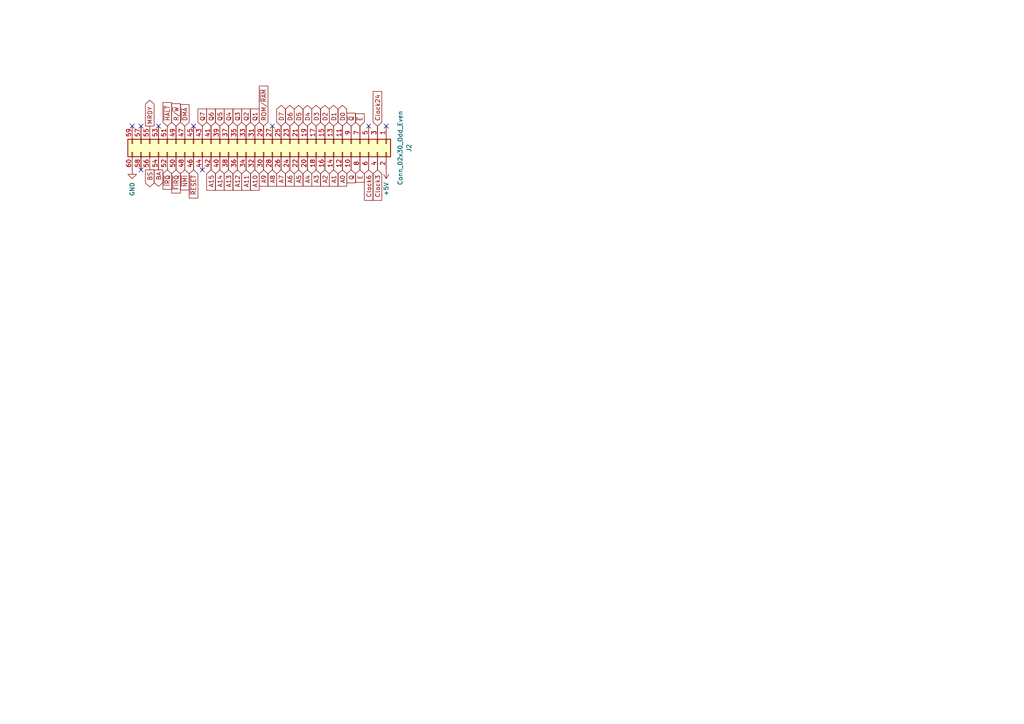
<source format=kicad_sch>
(kicad_sch (version 20211123) (generator eeschema)
  (paper "A4")
  (lib_symbols
    (symbol "Connector_Generic:Conn_02x30_Odd_Even" (pin_names (offset 1.016) hide)
      (property "Reference" "J" (at 1.27 38.1 0))
      (property "Value" "Conn_02x30_Odd_Even" (at 1.27 -40.64 0))
      (symbol "Conn_02x30_Odd_Even_1_1"
        (rectangle (start -1.27 -37.973) (end 0 -38.227) (stroke (width 0.1524)))
        (rectangle (start -1.27 -35.433) (end 0 -35.687) (stroke (width 0.1524)))
        (rectangle (start -1.27 -32.893) (end 0 -33.147) (stroke (width 0.1524)))
        (rectangle (start -1.27 -30.353) (end 0 -30.607) (stroke (width 0.1524)))
        (rectangle (start -1.27 -27.813) (end 0 -28.067) (stroke (width 0.1524)))
        (rectangle (start -1.27 -25.273) (end 0 -25.527) (stroke (width 0.1524)))
        (rectangle (start -1.27 -22.733) (end 0 -22.987) (stroke (width 0.1524)))
        (rectangle (start -1.27 -20.193) (end 0 -20.447) (stroke (width 0.1524)))
        (rectangle (start -1.27 -17.653) (end 0 -17.907) (stroke (width 0.1524)))
        (rectangle (start -1.27 -15.113) (end 0 -15.367) (stroke (width 0.1524)))
        (rectangle (start -1.27 -12.573) (end 0 -12.827) (stroke (width 0.1524)))
        (rectangle (start -1.27 -10.033) (end 0 -10.287) (stroke (width 0.1524)))
        (rectangle (start -1.27 -7.493) (end 0 -7.747) (stroke (width 0.1524)))
        (rectangle (start -1.27 -4.953) (end 0 -5.207) (stroke (width 0.1524)))
        (rectangle (start -1.27 -2.413) (end 0 -2.667) (stroke (width 0.1524)))
        (rectangle (start -1.27 0.127) (end 0 -0.127) (stroke (width 0.1524)))
        (rectangle (start -1.27 2.667) (end 0 2.413) (stroke (width 0.1524)))
        (rectangle (start -1.27 5.207) (end 0 4.953) (stroke (width 0.1524)))
        (rectangle (start -1.27 7.747) (end 0 7.493) (stroke (width 0.1524)))
        (rectangle (start -1.27 10.287) (end 0 10.033) (stroke (width 0.1524)))
        (rectangle (start -1.27 12.827) (end 0 12.573) (stroke (width 0.1524)))
        (rectangle (start -1.27 15.367) (end 0 15.113) (stroke (width 0.1524)))
        (rectangle (start -1.27 17.907) (end 0 17.653) (stroke (width 0.1524)))
        (rectangle (start -1.27 20.447) (end 0 20.193) (stroke (width 0.1524)))
        (rectangle (start -1.27 22.987) (end 0 22.733) (stroke (width 0.1524)))
        (rectangle (start -1.27 25.527) (end 0 25.273) (stroke (width 0.1524)))
        (rectangle (start -1.27 28.067) (end 0 27.813) (stroke (width 0.1524)))
        (rectangle (start -1.27 30.607) (end 0 30.353) (stroke (width 0.1524)))
        (rectangle (start -1.27 33.147) (end 0 32.893) (stroke (width 0.1524)))
        (rectangle (start -1.27 35.687) (end 0 35.433) (stroke (width 0.1524)))
        (rectangle (start -1.27 36.83) (end 3.81 -39.37) (stroke (width 0.254)) (fill (type background)))
        (rectangle (start 3.81 -37.973) (end 2.54 -38.227) (stroke (width 0.1524)))
        (rectangle (start 3.81 -35.433) (end 2.54 -35.687) (stroke (width 0.1524)))
        (rectangle (start 3.81 -32.893) (end 2.54 -33.147) (stroke (width 0.1524)))
        (rectangle (start 3.81 -30.353) (end 2.54 -30.607) (stroke (width 0.1524)))
        (rectangle (start 3.81 -27.813) (end 2.54 -28.067) (stroke (width 0.1524)))
        (rectangle (start 3.81 -25.273) (end 2.54 -25.527) (stroke (width 0.1524)))
        (rectangle (start 3.81 -22.733) (end 2.54 -22.987) (stroke (width 0.1524)))
        (rectangle (start 3.81 -20.193) (end 2.54 -20.447) (stroke (width 0.1524)))
        (rectangle (start 3.81 -17.653) (end 2.54 -17.907) (stroke (width 0.1524)))
        (rectangle (start 3.81 -15.113) (end 2.54 -15.367) (stroke (width 0.1524)))
        (rectangle (start 3.81 -12.573) (end 2.54 -12.827) (stroke (width 0.1524)))
        (rectangle (start 3.81 -10.033) (end 2.54 -10.287) (stroke (width 0.1524)))
        (rectangle (start 3.81 -7.493) (end 2.54 -7.747) (stroke (width 0.1524)))
        (rectangle (start 3.81 -4.953) (end 2.54 -5.207) (stroke (width 0.1524)))
        (rectangle (start 3.81 -2.413) (end 2.54 -2.667) (stroke (width 0.1524)))
        (rectangle (start 3.81 0.127) (end 2.54 -0.127) (stroke (width 0.1524)))
        (rectangle (start 3.81 2.667) (end 2.54 2.413) (stroke (width 0.1524)))
        (rectangle (start 3.81 5.207) (end 2.54 4.953) (stroke (width 0.1524)))
        (rectangle (start 3.81 7.747) (end 2.54 7.493) (stroke (width 0.1524)))
        (rectangle (start 3.81 10.287) (end 2.54 10.033) (stroke (width 0.1524)))
        (rectangle (start 3.81 12.827) (end 2.54 12.573) (stroke (width 0.1524)))
        (rectangle (start 3.81 15.367) (end 2.54 15.113) (stroke (width 0.1524)))
        (rectangle (start 3.81 17.907) (end 2.54 17.653) (stroke (width 0.1524)))
        (rectangle (start 3.81 20.447) (end 2.54 20.193) (stroke (width 0.1524)))
        (rectangle (start 3.81 22.987) (end 2.54 22.733) (stroke (width 0.1524)))
        (rectangle (start 3.81 25.527) (end 2.54 25.273) (stroke (width 0.1524)))
        (rectangle (start 3.81 28.067) (end 2.54 27.813) (stroke (width 0.1524)))
        (rectangle (start 3.81 30.607) (end 2.54 30.353) (stroke (width 0.1524)))
        (rectangle (start 3.81 33.147) (end 2.54 32.893) (stroke (width 0.1524)))
        (rectangle (start 3.81 35.687) (end 2.54 35.433) (stroke (width 0.1524)))
        (pin passive line (at -5.08 35.56 0) (length 3.81) (name "Pin_1") (number "1"))
        (pin passive line (at 7.62 25.4 180) (length 3.81) (name "Pin_10") (number "10"))
        (pin passive line (at -5.08 22.86 0) (length 3.81) (name "Pin_11") (number "11"))
        (pin passive line (at 7.62 22.86 180) (length 3.81) (name "Pin_12") (number "12"))
        (pin passive line (at -5.08 20.32 0) (length 3.81) (name "Pin_13") (number "13"))
        (pin passive line (at 7.62 20.32 180) (length 3.81) (name "Pin_14") (number "14"))
        (pin passive line (at -5.08 17.78 0) (length 3.81) (name "Pin_15") (number "15"))
        (pin passive line (at 7.62 17.78 180) (length 3.81) (name "Pin_16") (number "16"))
        (pin passive line (at -5.08 15.24 0) (length 3.81) (name "Pin_17") (number "17"))
        (pin passive line (at 7.62 15.24 180) (length 3.81) (name "Pin_18") (number "18"))
        (pin passive line (at -5.08 12.7 0) (length 3.81) (name "Pin_19") (number "19"))
        (pin passive line (at 7.62 35.56 180) (length 3.81) (name "Pin_2") (number "2"))
        (pin passive line (at 7.62 12.7 180) (length 3.81) (name "Pin_20") (number "20"))
        (pin passive line (at -5.08 10.16 0) (length 3.81) (name "Pin_21") (number "21"))
        (pin passive line (at 7.62 10.16 180) (length 3.81) (name "Pin_22") (number "22"))
        (pin passive line (at -5.08 7.62 0) (length 3.81) (name "Pin_23") (number "23"))
        (pin passive line (at 7.62 7.62 180) (length 3.81) (name "Pin_24") (number "24"))
        (pin passive line (at -5.08 5.08 0) (length 3.81) (name "Pin_25") (number "25"))
        (pin passive line (at 7.62 5.08 180) (length 3.81) (name "Pin_26") (number "26"))
        (pin passive line (at -5.08 2.54 0) (length 3.81) (name "Pin_27") (number "27"))
        (pin passive line (at 7.62 2.54 180) (length 3.81) (name "Pin_28") (number "28"))
        (pin passive line (at -5.08 0 0) (length 3.81) (name "Pin_29") (number "29"))
        (pin passive line (at -5.08 33.02 0) (length 3.81) (name "Pin_3") (number "3"))
        (pin passive line (at 7.62 0 180) (length 3.81) (name "Pin_30") (number "30"))
        (pin passive line (at -5.08 -2.54 0) (length 3.81) (name "Pin_31") (number "31"))
        (pin passive line (at 7.62 -2.54 180) (length 3.81) (name "Pin_32") (number "32"))
        (pin passive line (at -5.08 -5.08 0) (length 3.81) (name "Pin_33") (number "33"))
        (pin passive line (at 7.62 -5.08 180) (length 3.81) (name "Pin_34") (number "34"))
        (pin passive line (at -5.08 -7.62 0) (length 3.81) (name "Pin_35") (number "35"))
        (pin passive line (at 7.62 -7.62 180) (length 3.81) (name "Pin_36") (number "36"))
        (pin passive line (at -5.08 -10.16 0) (length 3.81) (name "Pin_37") (number "37"))
        (pin passive line (at 7.62 -10.16 180) (length 3.81) (name "Pin_38") (number "38"))
        (pin passive line (at -5.08 -12.7 0) (length 3.81) (name "Pin_39") (number "39"))
        (pin passive line (at 7.62 33.02 180) (length 3.81) (name "Pin_4") (number "4"))
        (pin passive line (at 7.62 -12.7 180) (length 3.81) (name "Pin_40") (number "40"))
        (pin passive line (at -5.08 -15.24 0) (length 3.81) (name "Pin_41") (number "41"))
        (pin passive line (at 7.62 -15.24 180) (length 3.81) (name "Pin_42") (number "42"))
        (pin passive line (at -5.08 -17.78 0) (length 3.81) (name "Pin_43") (number "43"))
        (pin passive line (at 7.62 -17.78 180) (length 3.81) (name "Pin_44") (number "44"))
        (pin passive line (at -5.08 -20.32 0) (length 3.81) (name "Pin_45") (number "45"))
        (pin passive line (at 7.62 -20.32 180) (length 3.81) (name "Pin_46") (number "46"))
        (pin passive line (at -5.08 -22.86 0) (length 3.81) (name "Pin_47") (number "47"))
        (pin passive line (at 7.62 -22.86 180) (length 3.81) (name "Pin_48") (number "48"))
        (pin passive line (at -5.08 -25.4 0) (length 3.81) (name "Pin_49") (number "49"))
        (pin passive line (at -5.08 30.48 0) (length 3.81) (name "Pin_5") (number "5"))
        (pin passive line (at 7.62 -25.4 180) (length 3.81) (name "Pin_50") (number "50"))
        (pin passive line (at -5.08 -27.94 0) (length 3.81) (name "Pin_51") (number "51"))
        (pin passive line (at 7.62 -27.94 180) (length 3.81) (name "Pin_52") (number "52"))
        (pin passive line (at -5.08 -30.48 0) (length 3.81) (name "Pin_53") (number "53"))
        (pin passive line (at 7.62 -30.48 180) (length 3.81) (name "Pin_54") (number "54"))
        (pin passive line (at -5.08 -33.02 0) (length 3.81) (name "Pin_55") (number "55"))
        (pin passive line (at 7.62 -33.02 180) (length 3.81) (name "Pin_56") (number "56"))
        (pin passive line (at -5.08 -35.56 0) (length 3.81) (name "Pin_57") (number "57"))
        (pin passive line (at 7.62 -35.56 180) (length 3.81) (name "Pin_58") (number "58"))
        (pin passive line (at -5.08 -38.1 0) (length 3.81) (name "Pin_59") (number "59"))
        (pin passive line (at 7.62 30.48 180) (length 3.81) (name "Pin_6") (number "6"))
        (pin passive line (at 7.62 -38.1 180) (length 3.81) (name "Pin_60") (number "60"))
        (pin passive line (at -5.08 27.94 0) (length 3.81) (name "Pin_7") (number "7"))
        (pin passive line (at 7.62 27.94 180) (length 3.81) (name "Pin_8") (number "8"))
        (pin passive line (at -5.08 25.4 0) (length 3.81) (name "Pin_9") (number "9"))
      )
    )
    (symbol "power:+5V" (power) (pin_names (offset 0))
      (property "Value" "+5V" (at 0 3.556 0))
      (symbol "+5V_0_1"
        (polyline (pts (xy -0.762 1.27) (xy 0 2.54)))
        (polyline (pts (xy 0 0) (xy 0 2.54)))
        (polyline (pts (xy 0 2.54) (xy 0.762 1.27)))
      )
      (symbol "+5V_1_1"
        (pin power_in line (at 0 0 90) (length 0) hide (name "+5V") (number "1"))
      )
    )
    (symbol "power:GND" (power) (pin_names (offset 0))
      (property "Value" "GND" (at 0 -3.81 0))
      (symbol "GND_0_1"
        (polyline (pts (xy 0 0) (xy 0 -1.27) (xy 1.27 -1.27) (xy 0 -2.54) (xy -1.27 -1.27) (xy 0 -1.27)))
      )
      (symbol "GND_1_1"
        (pin power_in line (at 0 0 270) (length 0) hide (name "GND") (number "1"))
      )
    )
  )
  (no_connect (at 112.014 36.576))
  (no_connect (at 78.994 36.576))
  (no_connect (at 56.134 36.576))
  (no_connect (at 45.974 36.576))
  (no_connect (at 106.934 36.576))
  (no_connect (at 58.674 49.276))
  (no_connect (at 40.894 49.276))
  (no_connect (at 40.894 36.576))
  (no_connect (at 38.354 36.576))
  (global_label "Clock24" (shape input) (at 109.474 36.576 90) (property "Intersheet References" "${INTERSHEET_REFS}" (effects hide)))
  (global_label "A9" (shape input) (at 76.454 49.276 270) (property "Intersheet References" "${INTERSHEET_REFS}" (effects hide)))
  (global_label "Q6" (shape input) (at 61.214 36.576 90) (property "Intersheet References" "${INTERSHEET_REFS}" (effects hide)))
  (global_label "~{E}" (shape input) (at 104.394 36.576 90) (property "Intersheet References" "${INTERSHEET_REFS}" (effects hide)))
  (global_label "~{Q}" (shape input) (at 101.854 36.576 90) (property "Intersheet References" "${INTERSHEET_REFS}" (effects hide)))
  (global_label "A1" (shape input) (at 96.774 49.276 270) (property "Intersheet References" "${INTERSHEET_REFS}" (effects hide)))
  (global_label "Q5" (shape input) (at 63.754 36.576 90) (property "Intersheet References" "${INTERSHEET_REFS}" (effects hide)))
  (global_label "~{DMA}" (shape input) (at 53.594 36.576 90) (property "Intersheet References" "${INTERSHEET_REFS}" (effects hide)))
  (global_label "D2" (shape bidirectional) (at 94.234 36.576 90) (property "Intersheet References" "${INTERSHEET_REFS}" (effects hide)))
  (global_label "D1" (shape bidirectional) (at 96.774 36.576 90) (property "Intersheet References" "${INTERSHEET_REFS}" (effects hide)))
  (global_label "D0" (shape bidirectional) (at 99.314 36.576 90) (property "Intersheet References" "${INTERSHEET_REFS}" (effects hide)))
  (global_label "A4" (shape input) (at 89.154 49.276 270) (property "Intersheet References" "${INTERSHEET_REFS}" (effects hide)))
  (global_label "A10" (shape input) (at 73.914 49.276 270) (property "Intersheet References" "${INTERSHEET_REFS}" (effects hide)))
  (global_label "~{RESET}" (shape input) (at 56.134 49.276 270) (property "Intersheet References" "${INTERSHEET_REFS}" (effects hide)))
  (global_label "~{IRQ}" (shape input) (at 48.514 49.276 270) (property "Intersheet References" "${INTERSHEET_REFS}" (effects hide)))
  (global_label "ROM{slash}~{RAM}" (shape input) (at 76.454 36.576 90) (property "Intersheet References" "${INTERSHEET_REFS}" (effects hide)))
  (global_label "BA" (shape output) (at 45.974 49.276 270) (property "Intersheet References" "${INTERSHEET_REFS}" (effects hide)))
  (global_label "A3" (shape input) (at 91.694 49.276 270) (property "Intersheet References" "${INTERSHEET_REFS}" (effects hide)))
  (global_label "~{HALT}" (shape input) (at 48.514 36.576 90) (property "Intersheet References" "${INTERSHEET_REFS}" (effects hide)))
  (global_label "A7" (shape input) (at 81.534 49.276 270) (property "Intersheet References" "${INTERSHEET_REFS}" (effects hide)))
  (global_label "A12" (shape input) (at 68.834 49.276 270) (property "Intersheet References" "${INTERSHEET_REFS}" (effects hide)))
  (global_label "BS" (shape output) (at 43.434 49.276 270) (property "Intersheet References" "${INTERSHEET_REFS}" (effects hide)))
  (global_label "A2" (shape input) (at 94.234 49.276 270) (property "Intersheet References" "${INTERSHEET_REFS}" (effects hide)))
  (global_label "A8" (shape input) (at 78.994 49.276 270) (property "Intersheet References" "${INTERSHEET_REFS}" (effects hide)))
  (global_label "E" (shape input) (at 104.394 49.276 270) (property "Intersheet References" "${INTERSHEET_REFS}" (effects hide)))
  (global_label "D7" (shape bidirectional) (at 81.534 36.576 90) (property "Intersheet References" "${INTERSHEET_REFS}" (effects hide)))
  (global_label "Q1" (shape input) (at 73.914 36.576 90) (property "Intersheet References" "${INTERSHEET_REFS}" (effects hide)))
  (global_label "A0" (shape input) (at 99.314 49.276 270) (property "Intersheet References" "${INTERSHEET_REFS}" (effects hide)))
  (global_label "A14" (shape input) (at 63.754 49.276 270) (property "Intersheet References" "${INTERSHEET_REFS}" (effects hide)))
  (global_label "A5" (shape input) (at 86.614 49.276 270) (property "Intersheet References" "${INTERSHEET_REFS}" (effects hide)))
  (global_label "Q3" (shape input) (at 68.834 36.576 90) (property "Intersheet References" "${INTERSHEET_REFS}" (effects hide)))
  (global_label "~{NMI}" (shape input) (at 53.594 49.276 270) (property "Intersheet References" "${INTERSHEET_REFS}" (effects hide)))
  (global_label "R{slash}~{W}" (shape input) (at 51.054 36.576 90) (property "Intersheet References" "${INTERSHEET_REFS}" (effects hide)))
  (global_label "D5" (shape bidirectional) (at 86.614 36.576 90) (property "Intersheet References" "${INTERSHEET_REFS}" (effects hide)))
  (global_label "A15" (shape input) (at 61.214 49.276 270) (property "Intersheet References" "${INTERSHEET_REFS}" (effects hide)))
  (global_label "A6" (shape input) (at 84.074 49.276 270) (property "Intersheet References" "${INTERSHEET_REFS}" (effects hide)))
  (global_label "Q4" (shape input) (at 66.294 36.576 90) (property "Intersheet References" "${INTERSHEET_REFS}" (effects hide)))
  (global_label "A13" (shape input) (at 66.294 49.276 270) (property "Intersheet References" "${INTERSHEET_REFS}" (effects hide)))
  (global_label "D6" (shape bidirectional) (at 84.074 36.576 90) (property "Intersheet References" "${INTERSHEET_REFS}" (effects hide)))
  (global_label "A11" (shape input) (at 71.374 49.276 270) (property "Intersheet References" "${INTERSHEET_REFS}" (effects hide)))
  (global_label "~{FIRQ}" (shape input) (at 51.054 49.276 270) (property "Intersheet References" "${INTERSHEET_REFS}" (effects hide)))
  (global_label "MRDY" (shape output) (at 43.434 36.576 90) (property "Intersheet References" "${INTERSHEET_REFS}" (effects hide)))
  (global_label "Q7" (shape input) (at 58.674 36.576 90) (property "Intersheet References" "${INTERSHEET_REFS}" (effects hide)))
  (global_label "Q" (shape input) (at 101.854 49.276 270) (property "Intersheet References" "${INTERSHEET_REFS}" (effects hide)))
  (global_label "D4" (shape bidirectional) (at 89.154 36.576 90) (property "Intersheet References" "${INTERSHEET_REFS}" (effects hide)))
  (global_label "Clock6" (shape input) (at 106.934 49.276 270) (property "Intersheet References" "${INTERSHEET_REFS}" (effects hide)))
  (global_label "Clock3" (shape input) (at 109.474 49.276 270) (property "Intersheet References" "${INTERSHEET_REFS}" (effects hide)))
  (global_label "D3" (shape bidirectional) (at 91.694 36.576 90) (property "Intersheet References" "${INTERSHEET_REFS}" (effects hide)))
  (global_label "Q2" (shape input) (at 71.374 36.576 90) (property "Intersheet References" "${INTERSHEET_REFS}" (effects hide)))
  (symbol (lib_id "Connector_Generic:Conn_02x30_Odd_Even") (at 76.454 41.656 270) (unit 1)
    (property "Reference" "J2" (at 118.618 42.926 0))
    (property "Value" "Conn_02x30_Odd_Even" (at 116.078 42.926 0))
    (property "Footprint" "Connector_PinHeader_2.54mm:PinHeader_2x30_P2.54mm_Vertical" (effects hide))
  )
  (symbol (lib_id "power:GND") (at 38.354 49.276 0) (unit 1)
    (property "Reference" "#PWR023" (effects hide))
    (property "Value" "GND" (at 38.3541 52.832 90) (effects (justify right)))
  )
  (symbol (lib_id "power:+5V") (at 112.014 49.276 180) (unit 1)
    (property "Reference" "#PWR024" (effects hide))
    (property "Value" "+5V" (at 112.014 56.896 90) (effects (justify right)))
  )
)
</source>
